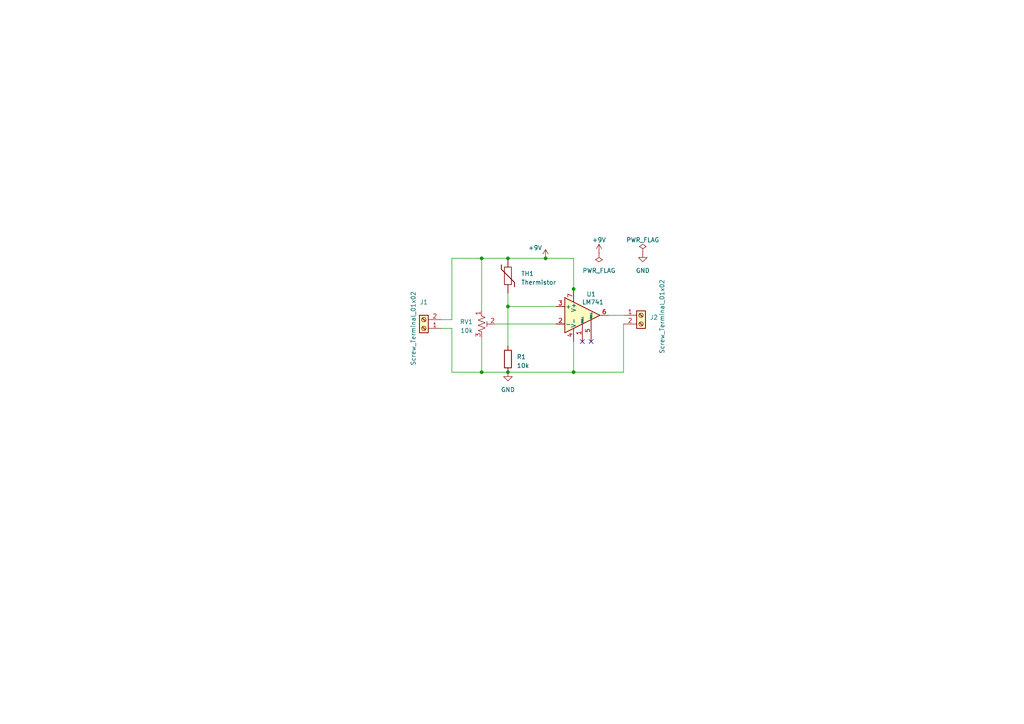
<source format=kicad_sch>
(kicad_sch (version 20230121) (generator eeschema)
  (paper "A4")
  (lib_symbols
    (symbol "Amplifier_Operational:LM741" (pin_names (offset 0.127))
      (property "Reference" "U" (at 0 6.35 0))
      (property "Value" "LM741" (at 0 3.81 0))
      (symbol "LM741_0_1"
        (polyline (pts (xy -5.08 5.08) (xy 5.08 0) (xy -5.08 -5.08) (xy -5.08 5.08)) (stroke (width 0.254)) (fill (type background)))
      )
      (symbol "LM741_1_1"
        (pin input line (at 0 -7.62 90) (length 5.08) (name "NULL") (number "1"))
        (pin input line (at -7.62 -2.54 0) (length 2.54) (name "-") (number "2"))
        (pin input line (at -7.62 2.54 0) (length 2.54) (name "+") (number "3"))
        (pin power_in line (at -2.54 -7.62 90) (length 3.81) (name "V-") (number "4"))
        (pin input line (at 2.54 -7.62 90) (length 6.35) (name "NULL") (number "5"))
        (pin output line (at 7.62 0 180) (length 2.54) (name "~") (number "6"))
        (pin power_in line (at -2.54 7.62 270) (length 3.81) (name "V+") (number "7"))
        (pin no_connect line (at 0 2.54 270) (length 2.54) hide (name "NC") (number "8"))
      )
    )
    (symbol "Connector:Screw_Terminal_01x02" (pin_names (offset 1.016) hide)
      (property "Reference" "J" (at 0 2.54 0))
      (property "Value" "Screw_Terminal_01x02" (at 0 -5.08 0))
      (symbol "Screw_Terminal_01x02_1_1"
        (rectangle (start -1.27 1.27) (end 1.27 -3.81) (stroke (width 0.254)) (fill (type background)))
        (circle (center 0 -2.54) (radius 0.635) (stroke (width 0.1524)))
        (polyline (pts (xy -0.5334 -2.2098) (xy 0.3302 -3.048)) (stroke (width 0.1524)))
        (polyline (pts (xy -0.5334 0.3302) (xy 0.3302 -0.508)) (stroke (width 0.1524)))
        (polyline (pts (xy -0.3556 -2.032) (xy 0.508 -2.8702)) (stroke (width 0.1524)))
        (polyline (pts (xy -0.3556 0.508) (xy 0.508 -0.3302)) (stroke (width 0.1524)))
        (circle (center 0 0) (radius 0.635) (stroke (width 0.1524)))
        (pin passive line (at -5.08 0 0) (length 3.81) (name "Pin_1") (number "1"))
        (pin passive line (at -5.08 -2.54 0) (length 3.81) (name "Pin_2") (number "2"))
      )
    )
    (symbol "Device:R" (pin_numbers hide) (pin_names (offset 0))
      (property "Reference" "R" (at 2.032 0 90))
      (property "Value" "R" (at 0 0 90))
      (symbol "R_0_1"
        (rectangle (start -1.016 -2.54) (end 1.016 2.54) (stroke (width 0.254)))
      )
      (symbol "R_1_1"
        (pin passive line (at 0 3.81 270) (length 1.27) (name "~") (number "1"))
        (pin passive line (at 0 -3.81 90) (length 1.27) (name "~") (number "2"))
      )
    )
    (symbol "Device:R_Potentiometer_Trim_US" (pin_names (offset 1.016) hide)
      (property "Reference" "RV" (at -4.445 0 90))
      (property "Value" "R_Potentiometer_Trim_US" (at -2.54 0 90))
      (symbol "R_Potentiometer_Trim_US_0_1"
        (polyline (pts (xy 0 -2.286) (xy 0 -2.54)))
        (polyline (pts (xy 0 2.286) (xy 0 2.54)))
        (polyline (pts (xy 1.524 0.762) (xy 1.524 -0.762)))
        (polyline (pts (xy 2.54 0) (xy 1.524 0)))
        (polyline (pts (xy 0 -0.762) (xy 1.016 -1.143) (xy 0 -1.524) (xy -1.016 -1.905) (xy 0 -2.286)))
        (polyline (pts (xy 0 0.762) (xy 1.016 0.381) (xy 0 0) (xy -1.016 -0.381) (xy 0 -0.762)))
        (polyline (pts (xy 0 2.286) (xy 1.016 1.905) (xy 0 1.524) (xy -1.016 1.143) (xy 0 0.762)))
      )
      (symbol "R_Potentiometer_Trim_US_1_1"
        (pin passive line (at 0 3.81 270) (length 1.27) (name "1") (number "1"))
        (pin passive line (at 3.81 0 180) (length 1.27) (name "2") (number "2"))
        (pin passive line (at 0 -3.81 90) (length 1.27) (name "3") (number "3"))
      )
    )
    (symbol "Device:Thermistor" (pin_numbers hide) (pin_names (offset 0))
      (property "Reference" "TH" (at 2.54 1.27 90))
      (property "Value" "Thermistor" (at -2.54 0 90))
      (symbol "Thermistor_0_1"
        (rectangle (start -1.016 2.54) (end 1.016 -2.54) (stroke (width 0.2032)))
        (polyline (pts (xy -1.905 3.175) (xy -1.905 1.905) (xy 1.905 -1.905) (xy 1.905 -3.175) (xy 1.905 -3.175)) (stroke (width 0.254)))
      )
      (symbol "Thermistor_1_1"
        (pin passive line (at 0 5.08 270) (length 2.54) (name "~") (number "1"))
        (pin passive line (at 0 -5.08 90) (length 2.54) (name "~") (number "2"))
      )
    )
    (symbol "power:+9V" (power) (pin_names (offset 0))
      (property "Value" "+9V" (at 0 3.556 0))
      (symbol "+9V_0_1"
        (polyline (pts (xy -0.762 1.27) (xy 0 2.54)))
        (polyline (pts (xy 0 0) (xy 0 2.54)))
        (polyline (pts (xy 0 2.54) (xy 0.762 1.27)))
      )
      (symbol "+9V_1_1"
        (pin power_in line (at 0 0 90) (length 0) hide (name "+9V") (number "1"))
      )
    )
    (symbol "power:GND" (power) (pin_names (offset 0))
      (property "Value" "GND" (at 0 -3.81 0))
      (symbol "GND_0_1"
        (polyline (pts (xy 0 0) (xy 0 -1.27) (xy 1.27 -1.27) (xy 0 -2.54) (xy -1.27 -1.27) (xy 0 -1.27)))
      )
      (symbol "GND_1_1"
        (pin power_in line (at 0 0 270) (length 0) hide (name "GND") (number "1"))
      )
    )
    (symbol "power:PWR_FLAG" (power) (pin_numbers hide) (pin_names (offset 0) hide)
      (property "Value" "PWR_FLAG" (at 0 3.81 0))
      (symbol "PWR_FLAG_0_0"
        (pin power_out line (at 0 0 90) (length 0) (name "pwr") (number "1"))
      )
      (symbol "PWR_FLAG_0_1"
        (polyline (pts (xy 0 0) (xy 0 1.27) (xy -1.016 1.905) (xy 0 2.54) (xy 1.016 1.905) (xy 0 1.27)))
      )
    )
  )
  (junction (at 158.242 74.93))
  (junction (at 139.7 107.95))
  (junction (at 147.32 88.9))
  (junction (at 147.32 107.95))
  (junction (at 166.37 107.95))
  (junction (at 166.37 83.82))
  (junction (at 139.7 74.93))
  (junction (at 147.32 74.93))
  (no_connect (at 171.45 99.06))
  (no_connect (at 168.91 99.06))
  (wire (pts (xy 158.242 74.93) (xy 166.37 74.93)))
  (wire (pts (xy 143.51 93.98) (xy 161.29 93.98)))
  (wire (pts (xy 128.016 95.25) (xy 131.064 95.25)))
  (wire (pts (xy 147.32 107.95) (xy 166.37 107.95)))
  (wire (pts (xy 139.7 74.93) (xy 139.7 90.17)))
  (wire (pts (xy 166.37 74.93) (xy 166.37 83.82)))
  (wire (pts (xy 139.7 74.93) (xy 147.32 74.93)))
  (wire (pts (xy 166.37 99.06) (xy 166.37 107.95)))
  (wire (pts (xy 131.064 74.93) (xy 139.7 74.93)))
  (wire (pts (xy 131.064 92.71) (xy 131.064 74.93)))
  (wire (pts (xy 128.016 92.71) (xy 131.064 92.71)))
  (wire (pts (xy 131.064 95.25) (xy 131.064 107.95)))
  (wire (pts (xy 147.32 88.9) (xy 161.29 88.9)))
  (wire (pts (xy 131.064 107.95) (xy 139.7 107.95)))
  (wire (pts (xy 166.37 83.82) (xy 166.37 87.63)))
  (wire (pts (xy 180.848 107.95) (xy 166.37 107.95)))
  (wire (pts (xy 139.7 97.79) (xy 139.7 107.95)))
  (wire (pts (xy 147.32 88.9) (xy 147.32 100.33)))
  (wire (pts (xy 147.32 74.93) (xy 158.242 74.93)))
  (wire (pts (xy 147.32 85.09) (xy 147.32 88.9)))
  (wire (pts (xy 176.53 91.44) (xy 180.848 91.44)))
  (wire (pts (xy 180.848 93.98) (xy 180.848 107.95)))
  (wire (pts (xy 139.7 107.95) (xy 147.32 107.95)))
  (symbol (lib_id "power:+9V") (at 173.736 73.406 0) (unit 1)
    (property "Reference" "#PWR02" (effects hide))
    (property "Value" "+9V" (at 173.736 69.596 0))
  )
  (symbol (lib_id "power:GND") (at 147.32 107.95 0) (unit 1)
    (property "Reference" "#PWR01" (effects hide))
    (property "Value" "GND" (at 147.32 113.03 0))
  )
  (symbol (lib_id "power:PWR_FLAG") (at 173.736 73.406 180) (unit 1)
    (property "Reference" "#FLG02" (effects hide))
    (property "Value" "PWR_FLAG" (at 173.736 78.486 0))
  )
  (symbol (lib_id "Device:Thermistor") (at 147.32 80.01 0) (unit 1)
    (property "Reference" "TH1" (at 151.13 79.375 0) (effects (justify left)))
    (property "Value" "Thermistor" (at 151.13 81.915 0) (effects (justify left)))
    (property "Footprint" "Thermistor:THERM_NXRT15WB473FA1B020" (effects hide))
  )
  (symbol (lib_id "Connector:Screw_Terminal_01x02") (at 122.936 95.25 180) (unit 1)
    (property "Reference" "J1" (at 122.936 87.63 0))
    (property "Value" "Screw_Terminal_01x02" (at 119.888 95.25 90))
    (property "Footprint" "TerminalBlock_Phoenix:TerminalBlock_Phoenix_MKDS-1,5-2-5.08_1x02_P5.08mm_Horizontal" (effects hide))
  )
  (symbol (lib_id "Connector:Screw_Terminal_01x02") (at 185.928 91.44 0) (unit 1)
    (property "Reference" "J2" (at 188.468 92.075 0) (effects (justify left)))
    (property "Value" "Screw_Terminal_01x02" (at 192.024 102.616 90) (effects (justify left)))
    (property "Footprint" "TerminalBlock_Phoenix:TerminalBlock_Phoenix_MKDS-1,5-2-5.08_1x02_P5.08mm_Horizontal" (effects hide))
  )
  (symbol (lib_id "Device:R") (at 147.32 104.14 0) (unit 1)
    (property "Reference" "R1" (at 149.86 103.505 0) (effects (justify left)))
    (property "Value" "10k" (at 149.86 106.045 0) (effects (justify left)))
    (property "Footprint" "Resistor_THT:R_Axial_DIN0204_L3.6mm_D1.6mm_P5.08mm_Horizontal" (effects hide))
  )
  (symbol (lib_id "Amplifier_Operational:LM741") (at 168.91 91.44 0) (unit 1)
    (property "Reference" "U1" (at 171.45 85.344 0))
    (property "Value" "LM741" (at 171.958 87.63 0))
    (property "Footprint" "Package_DIP:DIP-8_W7.62mm" (effects hide))
    (property "Datasheet" "http://www.ti.com/lit/ds/symlink/lm741.pdf" (effects hide))
  )
  (symbol (lib_id "Device:R_Potentiometer_Trim_US") (at 139.7 93.98 0) (unit 1)
    (property "Reference" "RV1" (at 137.16 93.345 0) (effects (justify right)))
    (property "Value" "10k" (at 137.16 95.885 0) (effects (justify right)))
    (property "Footprint" "Potentiometer_THT:Potentiometer_Runtron_RM-063_Horizontal" (effects hide))
  )
  (symbol (lib_id "power:PWR_FLAG") (at 186.436 73.406 0) (unit 1)
    (property "Reference" "#FLG01" (effects hide))
    (property "Value" "PWR_FLAG" (at 186.436 69.596 0))
  )
  (symbol (lib_id "power:+9V") (at 158.242 74.93 0) (unit 1)
    (property "Reference" "#PWR04" (effects hide))
    (property "Value" "+9V" (at 153.162 71.882 0) (effects (justify left)))
  )
  (symbol (lib_id "power:GND") (at 186.436 73.406 0) (unit 1)
    (property "Reference" "#PWR03" (effects hide))
    (property "Value" "GND" (at 186.436 78.486 0))
  )
)
</source>
